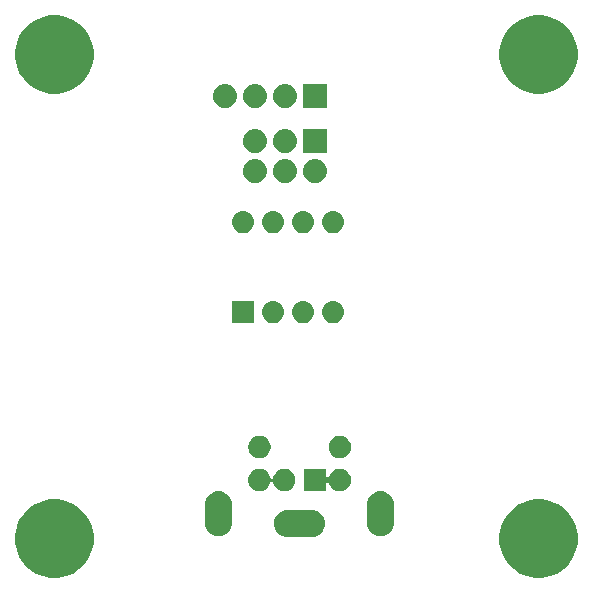
<source format=gbr>
G04 #@! TF.GenerationSoftware,KiCad,Pcbnew,(5.0.2)-1*
G04 #@! TF.CreationDate,2020-01-01T19:06:28-05:00*
G04 #@! TF.ProjectId,TinyPS2,54696e79-5053-4322-9e6b-696361645f70,X1*
G04 #@! TF.SameCoordinates,Original*
G04 #@! TF.FileFunction,Soldermask,Bot*
G04 #@! TF.FilePolarity,Negative*
%FSLAX46Y46*%
G04 Gerber Fmt 4.6, Leading zero omitted, Abs format (unit mm)*
G04 Created by KiCad (PCBNEW (5.0.2)-1) date 1/1/2020 7:06:28 PM*
%MOMM*%
%LPD*%
G01*
G04 APERTURE LIST*
%ADD10C,0.150000*%
G04 APERTURE END LIST*
D10*
G36*
X55970564Y-51800469D02*
X55970566Y-51800470D01*
X55970567Y-51800470D01*
X56576115Y-52051296D01*
X56621164Y-52081397D01*
X57121097Y-52415442D01*
X57584558Y-52878903D01*
X57584560Y-52878906D01*
X57948704Y-53423885D01*
X58151677Y-53913906D01*
X58199531Y-54029436D01*
X58323132Y-54650821D01*
X58327400Y-54672280D01*
X58327400Y-55327720D01*
X58199530Y-55970567D01*
X57948704Y-56576115D01*
X57948703Y-56576116D01*
X57584558Y-57121097D01*
X57121097Y-57584558D01*
X57121094Y-57584560D01*
X56576115Y-57948704D01*
X55970567Y-58199530D01*
X55970566Y-58199530D01*
X55970564Y-58199531D01*
X55327722Y-58327400D01*
X54672278Y-58327400D01*
X54029436Y-58199531D01*
X54029434Y-58199530D01*
X54029433Y-58199530D01*
X53423885Y-57948704D01*
X52878906Y-57584560D01*
X52878903Y-57584558D01*
X52415442Y-57121097D01*
X52051297Y-56576116D01*
X52051296Y-56576115D01*
X51800470Y-55970567D01*
X51672600Y-55327720D01*
X51672600Y-54672280D01*
X51676868Y-54650821D01*
X51800469Y-54029436D01*
X51848323Y-53913906D01*
X52051296Y-53423885D01*
X52415440Y-52878906D01*
X52415442Y-52878903D01*
X52878903Y-52415442D01*
X53378836Y-52081397D01*
X53423885Y-52051296D01*
X54029433Y-51800470D01*
X54029434Y-51800470D01*
X54029436Y-51800469D01*
X54672278Y-51672600D01*
X55327722Y-51672600D01*
X55970564Y-51800469D01*
X55970564Y-51800469D01*
G37*
G36*
X14970564Y-51800469D02*
X14970566Y-51800470D01*
X14970567Y-51800470D01*
X15576115Y-52051296D01*
X15621164Y-52081397D01*
X16121097Y-52415442D01*
X16584558Y-52878903D01*
X16584560Y-52878906D01*
X16948704Y-53423885D01*
X17151677Y-53913906D01*
X17199531Y-54029436D01*
X17323132Y-54650821D01*
X17327400Y-54672280D01*
X17327400Y-55327720D01*
X17199530Y-55970567D01*
X16948704Y-56576115D01*
X16948703Y-56576116D01*
X16584558Y-57121097D01*
X16121097Y-57584558D01*
X16121094Y-57584560D01*
X15576115Y-57948704D01*
X14970567Y-58199530D01*
X14970566Y-58199530D01*
X14970564Y-58199531D01*
X14327722Y-58327400D01*
X13672278Y-58327400D01*
X13029436Y-58199531D01*
X13029434Y-58199530D01*
X13029433Y-58199530D01*
X12423885Y-57948704D01*
X11878906Y-57584560D01*
X11878903Y-57584558D01*
X11415442Y-57121097D01*
X11051297Y-56576116D01*
X11051296Y-56576115D01*
X10800470Y-55970567D01*
X10672600Y-55327720D01*
X10672600Y-54672280D01*
X10676868Y-54650821D01*
X10800469Y-54029436D01*
X10848323Y-53913906D01*
X11051296Y-53423885D01*
X11415440Y-52878906D01*
X11415442Y-52878903D01*
X11878903Y-52415442D01*
X12378836Y-52081397D01*
X12423885Y-52051296D01*
X13029433Y-51800470D01*
X13029434Y-51800470D01*
X13029436Y-51800469D01*
X13672278Y-51672600D01*
X14327722Y-51672600D01*
X14970564Y-51800469D01*
X14970564Y-51800469D01*
G37*
G36*
X35881039Y-52541158D02*
X35993910Y-52552275D01*
X36211138Y-52618171D01*
X36211140Y-52618172D01*
X36211143Y-52618173D01*
X36411337Y-52725178D01*
X36586812Y-52869188D01*
X36730822Y-53044663D01*
X36837827Y-53244857D01*
X36837828Y-53244860D01*
X36837829Y-53244862D01*
X36903725Y-53462090D01*
X36925975Y-53688000D01*
X36903725Y-53913910D01*
X36837829Y-54131138D01*
X36837827Y-54131143D01*
X36730822Y-54331337D01*
X36586812Y-54506812D01*
X36411337Y-54650822D01*
X36211143Y-54757827D01*
X36211140Y-54757828D01*
X36211138Y-54757829D01*
X35993910Y-54823725D01*
X35881039Y-54834842D01*
X35824606Y-54840400D01*
X33711394Y-54840400D01*
X33654961Y-54834842D01*
X33542090Y-54823725D01*
X33324862Y-54757829D01*
X33324860Y-54757828D01*
X33324857Y-54757827D01*
X33124663Y-54650822D01*
X32949188Y-54506812D01*
X32805178Y-54331337D01*
X32698173Y-54131143D01*
X32698171Y-54131138D01*
X32632275Y-53913910D01*
X32610025Y-53688000D01*
X32632275Y-53462090D01*
X32698171Y-53244862D01*
X32698172Y-53244860D01*
X32698173Y-53244857D01*
X32805178Y-53044663D01*
X32949188Y-52869188D01*
X33124663Y-52725178D01*
X33324857Y-52618173D01*
X33324860Y-52618172D01*
X33324862Y-52618171D01*
X33542090Y-52552275D01*
X33654961Y-52541158D01*
X33711394Y-52535600D01*
X35824606Y-52535600D01*
X35881039Y-52541158D01*
X35881039Y-52541158D01*
G37*
G36*
X28143909Y-51002275D02*
X28361137Y-51068171D01*
X28361139Y-51068172D01*
X28361142Y-51068173D01*
X28561336Y-51175178D01*
X28736812Y-51319188D01*
X28880822Y-51494663D01*
X28987827Y-51694857D01*
X28987827Y-51694858D01*
X28987829Y-51694862D01*
X29053725Y-51912090D01*
X29053725Y-51912094D01*
X29067436Y-52051296D01*
X29070400Y-52081396D01*
X29070400Y-53694604D01*
X29053725Y-53863910D01*
X28987829Y-54081138D01*
X28987827Y-54081143D01*
X28880822Y-54281337D01*
X28736812Y-54456812D01*
X28561337Y-54600822D01*
X28361143Y-54707827D01*
X28361140Y-54707828D01*
X28361138Y-54707829D01*
X28143910Y-54773725D01*
X27918000Y-54795975D01*
X27692091Y-54773725D01*
X27474863Y-54707829D01*
X27474861Y-54707828D01*
X27474858Y-54707827D01*
X27274664Y-54600822D01*
X27099189Y-54456812D01*
X26955179Y-54281337D01*
X26848171Y-54081138D01*
X26782275Y-53863911D01*
X26765600Y-53694606D01*
X26765600Y-52081395D01*
X26782275Y-51912095D01*
X26782275Y-51912091D01*
X26848171Y-51694863D01*
X26848172Y-51694861D01*
X26848173Y-51694858D01*
X26955178Y-51494664D01*
X27099188Y-51319188D01*
X27274663Y-51175178D01*
X27474857Y-51068173D01*
X27474860Y-51068172D01*
X27474862Y-51068171D01*
X27692090Y-51002275D01*
X27918000Y-50980025D01*
X28143909Y-51002275D01*
X28143909Y-51002275D01*
G37*
G36*
X41843909Y-51002275D02*
X42061137Y-51068171D01*
X42061139Y-51068172D01*
X42061142Y-51068173D01*
X42261336Y-51175178D01*
X42436812Y-51319188D01*
X42580822Y-51494663D01*
X42687827Y-51694857D01*
X42687827Y-51694858D01*
X42687829Y-51694862D01*
X42753725Y-51912090D01*
X42753725Y-51912094D01*
X42767436Y-52051296D01*
X42770400Y-52081396D01*
X42770400Y-53694604D01*
X42753725Y-53863910D01*
X42687829Y-54081138D01*
X42687827Y-54081143D01*
X42580822Y-54281337D01*
X42436812Y-54456812D01*
X42261337Y-54600822D01*
X42061143Y-54707827D01*
X42061140Y-54707828D01*
X42061138Y-54707829D01*
X41843910Y-54773725D01*
X41618000Y-54795975D01*
X41392091Y-54773725D01*
X41174863Y-54707829D01*
X41174861Y-54707828D01*
X41174858Y-54707827D01*
X40974664Y-54600822D01*
X40799189Y-54456812D01*
X40655179Y-54281337D01*
X40548171Y-54081138D01*
X40482275Y-53863911D01*
X40465600Y-53694606D01*
X40465600Y-52081395D01*
X40482275Y-51912095D01*
X40482275Y-51912091D01*
X40548171Y-51694863D01*
X40548172Y-51694861D01*
X40548173Y-51694858D01*
X40655178Y-51494664D01*
X40799188Y-51319188D01*
X40974663Y-51175178D01*
X41174857Y-51068173D01*
X41174860Y-51068172D01*
X41174862Y-51068171D01*
X41392090Y-51002275D01*
X41618000Y-50980025D01*
X41843909Y-51002275D01*
X41843909Y-51002275D01*
G37*
G36*
X37020400Y-49691393D02*
X37022802Y-49715779D01*
X37029915Y-49739228D01*
X37041466Y-49760839D01*
X37057012Y-49779781D01*
X37075954Y-49795327D01*
X37097565Y-49806878D01*
X37121014Y-49813991D01*
X37145400Y-49816393D01*
X37169786Y-49813991D01*
X37193235Y-49806878D01*
X37214846Y-49795327D01*
X37233788Y-49779781D01*
X37249334Y-49760839D01*
X37260883Y-49739234D01*
X37323994Y-49586870D01*
X37428223Y-49430881D01*
X37428225Y-49430878D01*
X37560878Y-49298225D01*
X37716869Y-49193995D01*
X37716870Y-49193994D01*
X37890195Y-49122200D01*
X38000596Y-49100240D01*
X38074195Y-49085600D01*
X38261805Y-49085600D01*
X38335404Y-49100240D01*
X38445805Y-49122200D01*
X38619130Y-49193994D01*
X38619131Y-49193995D01*
X38775122Y-49298225D01*
X38907775Y-49430878D01*
X38907777Y-49430881D01*
X39012006Y-49586870D01*
X39083800Y-49760195D01*
X39094978Y-49816393D01*
X39120400Y-49944195D01*
X39120400Y-50131805D01*
X39114938Y-50159265D01*
X39083800Y-50315805D01*
X39012006Y-50489130D01*
X39012005Y-50489131D01*
X38907775Y-50645122D01*
X38775122Y-50777775D01*
X38775119Y-50777777D01*
X38619130Y-50882006D01*
X38445805Y-50953800D01*
X38335404Y-50975760D01*
X38261805Y-50990400D01*
X38074195Y-50990400D01*
X38000596Y-50975760D01*
X37890195Y-50953800D01*
X37716870Y-50882006D01*
X37560881Y-50777777D01*
X37560878Y-50777775D01*
X37428225Y-50645122D01*
X37323995Y-50489131D01*
X37323994Y-50489130D01*
X37260883Y-50336766D01*
X37249333Y-50315160D01*
X37233788Y-50296218D01*
X37214846Y-50280673D01*
X37193235Y-50269122D01*
X37169786Y-50262009D01*
X37145400Y-50259607D01*
X37121013Y-50262009D01*
X37097564Y-50269122D01*
X37075953Y-50280674D01*
X37057011Y-50296219D01*
X37041466Y-50315161D01*
X37029915Y-50336772D01*
X37022802Y-50360221D01*
X37020400Y-50384607D01*
X37020400Y-50990400D01*
X35115600Y-50990400D01*
X35115600Y-49085600D01*
X37020400Y-49085600D01*
X37020400Y-49691393D01*
X37020400Y-49691393D01*
G37*
G36*
X31535404Y-49100240D02*
X31645805Y-49122200D01*
X31819130Y-49193994D01*
X31819131Y-49193995D01*
X31975122Y-49298225D01*
X32107775Y-49430878D01*
X32107777Y-49430881D01*
X32212006Y-49586870D01*
X32283800Y-49760195D01*
X32294978Y-49816393D01*
X32295402Y-49818523D01*
X32302515Y-49841972D01*
X32314066Y-49863583D01*
X32329612Y-49882525D01*
X32348554Y-49898071D01*
X32370165Y-49909622D01*
X32393614Y-49916735D01*
X32418000Y-49919137D01*
X32442386Y-49916735D01*
X32465835Y-49909622D01*
X32487446Y-49898071D01*
X32506388Y-49882525D01*
X32521934Y-49863583D01*
X32533485Y-49841972D01*
X32540598Y-49818523D01*
X32541022Y-49816393D01*
X32552200Y-49760195D01*
X32623994Y-49586870D01*
X32728223Y-49430881D01*
X32728225Y-49430878D01*
X32860878Y-49298225D01*
X33016869Y-49193995D01*
X33016870Y-49193994D01*
X33190195Y-49122200D01*
X33300596Y-49100240D01*
X33374195Y-49085600D01*
X33561805Y-49085600D01*
X33635404Y-49100240D01*
X33745805Y-49122200D01*
X33919130Y-49193994D01*
X33919131Y-49193995D01*
X34075122Y-49298225D01*
X34207775Y-49430878D01*
X34207777Y-49430881D01*
X34312006Y-49586870D01*
X34383800Y-49760195D01*
X34394978Y-49816393D01*
X34420400Y-49944195D01*
X34420400Y-50131805D01*
X34414938Y-50159265D01*
X34383800Y-50315805D01*
X34312006Y-50489130D01*
X34312005Y-50489131D01*
X34207775Y-50645122D01*
X34075122Y-50777775D01*
X34075119Y-50777777D01*
X33919130Y-50882006D01*
X33745805Y-50953800D01*
X33635404Y-50975760D01*
X33561805Y-50990400D01*
X33374195Y-50990400D01*
X33300596Y-50975760D01*
X33190195Y-50953800D01*
X33016870Y-50882006D01*
X32860881Y-50777777D01*
X32860878Y-50777775D01*
X32728225Y-50645122D01*
X32623995Y-50489131D01*
X32623994Y-50489130D01*
X32552200Y-50315805D01*
X32540598Y-50257476D01*
X32533485Y-50234028D01*
X32521934Y-50212417D01*
X32506388Y-50193475D01*
X32487446Y-50177929D01*
X32465835Y-50166378D01*
X32442386Y-50159265D01*
X32418000Y-50156863D01*
X32393614Y-50159265D01*
X32370165Y-50166378D01*
X32348554Y-50177929D01*
X32329612Y-50193475D01*
X32314066Y-50212417D01*
X32302515Y-50234028D01*
X32295402Y-50257476D01*
X32283800Y-50315805D01*
X32212006Y-50489130D01*
X32212005Y-50489131D01*
X32107775Y-50645122D01*
X31975122Y-50777775D01*
X31975119Y-50777777D01*
X31819130Y-50882006D01*
X31645805Y-50953800D01*
X31535404Y-50975760D01*
X31461805Y-50990400D01*
X31274195Y-50990400D01*
X31200596Y-50975760D01*
X31090195Y-50953800D01*
X30916870Y-50882006D01*
X30760881Y-50777777D01*
X30760878Y-50777775D01*
X30628225Y-50645122D01*
X30523995Y-50489131D01*
X30523994Y-50489130D01*
X30452200Y-50315805D01*
X30421062Y-50159265D01*
X30415600Y-50131805D01*
X30415600Y-49944195D01*
X30441022Y-49816393D01*
X30452200Y-49760195D01*
X30523994Y-49586870D01*
X30628223Y-49430881D01*
X30628225Y-49430878D01*
X30760878Y-49298225D01*
X30916869Y-49193995D01*
X30916870Y-49193994D01*
X31090195Y-49122200D01*
X31200596Y-49100240D01*
X31274195Y-49085600D01*
X31461805Y-49085600D01*
X31535404Y-49100240D01*
X31535404Y-49100240D01*
G37*
G36*
X31535404Y-46300240D02*
X31645805Y-46322200D01*
X31819130Y-46393994D01*
X31819131Y-46393995D01*
X31975122Y-46498225D01*
X32107775Y-46630878D01*
X32107777Y-46630881D01*
X32212006Y-46786870D01*
X32283800Y-46960195D01*
X32320400Y-47144197D01*
X32320400Y-47331803D01*
X32283800Y-47515805D01*
X32212006Y-47689130D01*
X32212005Y-47689131D01*
X32107775Y-47845122D01*
X31975122Y-47977775D01*
X31975119Y-47977777D01*
X31819130Y-48082006D01*
X31645805Y-48153800D01*
X31535404Y-48175760D01*
X31461805Y-48190400D01*
X31274195Y-48190400D01*
X31200596Y-48175760D01*
X31090195Y-48153800D01*
X30916870Y-48082006D01*
X30760881Y-47977777D01*
X30760878Y-47977775D01*
X30628225Y-47845122D01*
X30523995Y-47689131D01*
X30523994Y-47689130D01*
X30452200Y-47515805D01*
X30415600Y-47331803D01*
X30415600Y-47144197D01*
X30452200Y-46960195D01*
X30523994Y-46786870D01*
X30628223Y-46630881D01*
X30628225Y-46630878D01*
X30760878Y-46498225D01*
X30916869Y-46393995D01*
X30916870Y-46393994D01*
X31090195Y-46322200D01*
X31200596Y-46300240D01*
X31274195Y-46285600D01*
X31461805Y-46285600D01*
X31535404Y-46300240D01*
X31535404Y-46300240D01*
G37*
G36*
X38335404Y-46300240D02*
X38445805Y-46322200D01*
X38619130Y-46393994D01*
X38619131Y-46393995D01*
X38775122Y-46498225D01*
X38907775Y-46630878D01*
X38907777Y-46630881D01*
X39012006Y-46786870D01*
X39083800Y-46960195D01*
X39120400Y-47144197D01*
X39120400Y-47331803D01*
X39083800Y-47515805D01*
X39012006Y-47689130D01*
X39012005Y-47689131D01*
X38907775Y-47845122D01*
X38775122Y-47977775D01*
X38775119Y-47977777D01*
X38619130Y-48082006D01*
X38445805Y-48153800D01*
X38335404Y-48175760D01*
X38261805Y-48190400D01*
X38074195Y-48190400D01*
X38000596Y-48175760D01*
X37890195Y-48153800D01*
X37716870Y-48082006D01*
X37560881Y-47977777D01*
X37560878Y-47977775D01*
X37428225Y-47845122D01*
X37323995Y-47689131D01*
X37323994Y-47689130D01*
X37252200Y-47515805D01*
X37215600Y-47331803D01*
X37215600Y-47144197D01*
X37252200Y-46960195D01*
X37323994Y-46786870D01*
X37428223Y-46630881D01*
X37428225Y-46630878D01*
X37560878Y-46498225D01*
X37716869Y-46393995D01*
X37716870Y-46393994D01*
X37890195Y-46322200D01*
X38000596Y-46300240D01*
X38074195Y-46285600D01*
X38261805Y-46285600D01*
X38335404Y-46300240D01*
X38335404Y-46300240D01*
G37*
G36*
X37778699Y-34875380D02*
X37778702Y-34875381D01*
X37778703Y-34875381D01*
X37958231Y-34929840D01*
X37958233Y-34929841D01*
X37958236Y-34929842D01*
X38123686Y-35018276D01*
X38268707Y-35137293D01*
X38387724Y-35282314D01*
X38476158Y-35447764D01*
X38530620Y-35627301D01*
X38549008Y-35814000D01*
X38530620Y-36000699D01*
X38476158Y-36180236D01*
X38387724Y-36345686D01*
X38268707Y-36490707D01*
X38123686Y-36609724D01*
X37958236Y-36698158D01*
X37958233Y-36698159D01*
X37958231Y-36698160D01*
X37778703Y-36752619D01*
X37778702Y-36752619D01*
X37778699Y-36752620D01*
X37638789Y-36766400D01*
X37545211Y-36766400D01*
X37405301Y-36752620D01*
X37405298Y-36752619D01*
X37405297Y-36752619D01*
X37225769Y-36698160D01*
X37225767Y-36698159D01*
X37225764Y-36698158D01*
X37060314Y-36609724D01*
X36915293Y-36490707D01*
X36796276Y-36345686D01*
X36707842Y-36180236D01*
X36653380Y-36000699D01*
X36634992Y-35814000D01*
X36653380Y-35627301D01*
X36707842Y-35447764D01*
X36796276Y-35282314D01*
X36915293Y-35137293D01*
X37060314Y-35018276D01*
X37225764Y-34929842D01*
X37225767Y-34929841D01*
X37225769Y-34929840D01*
X37405297Y-34875381D01*
X37405298Y-34875381D01*
X37405301Y-34875380D01*
X37545211Y-34861600D01*
X37638789Y-34861600D01*
X37778699Y-34875380D01*
X37778699Y-34875380D01*
G37*
G36*
X35238699Y-34875380D02*
X35238702Y-34875381D01*
X35238703Y-34875381D01*
X35418231Y-34929840D01*
X35418233Y-34929841D01*
X35418236Y-34929842D01*
X35583686Y-35018276D01*
X35728707Y-35137293D01*
X35847724Y-35282314D01*
X35936158Y-35447764D01*
X35990620Y-35627301D01*
X36009008Y-35814000D01*
X35990620Y-36000699D01*
X35936158Y-36180236D01*
X35847724Y-36345686D01*
X35728707Y-36490707D01*
X35583686Y-36609724D01*
X35418236Y-36698158D01*
X35418233Y-36698159D01*
X35418231Y-36698160D01*
X35238703Y-36752619D01*
X35238702Y-36752619D01*
X35238699Y-36752620D01*
X35098789Y-36766400D01*
X35005211Y-36766400D01*
X34865301Y-36752620D01*
X34865298Y-36752619D01*
X34865297Y-36752619D01*
X34685769Y-36698160D01*
X34685767Y-36698159D01*
X34685764Y-36698158D01*
X34520314Y-36609724D01*
X34375293Y-36490707D01*
X34256276Y-36345686D01*
X34167842Y-36180236D01*
X34113380Y-36000699D01*
X34094992Y-35814000D01*
X34113380Y-35627301D01*
X34167842Y-35447764D01*
X34256276Y-35282314D01*
X34375293Y-35137293D01*
X34520314Y-35018276D01*
X34685764Y-34929842D01*
X34685767Y-34929841D01*
X34685769Y-34929840D01*
X34865297Y-34875381D01*
X34865298Y-34875381D01*
X34865301Y-34875380D01*
X35005211Y-34861600D01*
X35098789Y-34861600D01*
X35238699Y-34875380D01*
X35238699Y-34875380D01*
G37*
G36*
X32698699Y-34875380D02*
X32698702Y-34875381D01*
X32698703Y-34875381D01*
X32878231Y-34929840D01*
X32878233Y-34929841D01*
X32878236Y-34929842D01*
X33043686Y-35018276D01*
X33188707Y-35137293D01*
X33307724Y-35282314D01*
X33396158Y-35447764D01*
X33450620Y-35627301D01*
X33469008Y-35814000D01*
X33450620Y-36000699D01*
X33396158Y-36180236D01*
X33307724Y-36345686D01*
X33188707Y-36490707D01*
X33043686Y-36609724D01*
X32878236Y-36698158D01*
X32878233Y-36698159D01*
X32878231Y-36698160D01*
X32698703Y-36752619D01*
X32698702Y-36752619D01*
X32698699Y-36752620D01*
X32558789Y-36766400D01*
X32465211Y-36766400D01*
X32325301Y-36752620D01*
X32325298Y-36752619D01*
X32325297Y-36752619D01*
X32145769Y-36698160D01*
X32145767Y-36698159D01*
X32145764Y-36698158D01*
X31980314Y-36609724D01*
X31835293Y-36490707D01*
X31716276Y-36345686D01*
X31627842Y-36180236D01*
X31573380Y-36000699D01*
X31554992Y-35814000D01*
X31573380Y-35627301D01*
X31627842Y-35447764D01*
X31716276Y-35282314D01*
X31835293Y-35137293D01*
X31980314Y-35018276D01*
X32145764Y-34929842D01*
X32145767Y-34929841D01*
X32145769Y-34929840D01*
X32325297Y-34875381D01*
X32325298Y-34875381D01*
X32325301Y-34875380D01*
X32465211Y-34861600D01*
X32558789Y-34861600D01*
X32698699Y-34875380D01*
X32698699Y-34875380D01*
G37*
G36*
X30924400Y-36766400D02*
X29019600Y-36766400D01*
X29019600Y-34861600D01*
X30924400Y-34861600D01*
X30924400Y-36766400D01*
X30924400Y-36766400D01*
G37*
G36*
X37778699Y-27255380D02*
X37778702Y-27255381D01*
X37778703Y-27255381D01*
X37958231Y-27309840D01*
X37958233Y-27309841D01*
X37958236Y-27309842D01*
X38123686Y-27398276D01*
X38268707Y-27517293D01*
X38387724Y-27662314D01*
X38476158Y-27827764D01*
X38530620Y-28007301D01*
X38549008Y-28194000D01*
X38530620Y-28380699D01*
X38476158Y-28560236D01*
X38387724Y-28725686D01*
X38268707Y-28870707D01*
X38123686Y-28989724D01*
X37958236Y-29078158D01*
X37958233Y-29078159D01*
X37958231Y-29078160D01*
X37778703Y-29132619D01*
X37778702Y-29132619D01*
X37778699Y-29132620D01*
X37638789Y-29146400D01*
X37545211Y-29146400D01*
X37405301Y-29132620D01*
X37405298Y-29132619D01*
X37405297Y-29132619D01*
X37225769Y-29078160D01*
X37225767Y-29078159D01*
X37225764Y-29078158D01*
X37060314Y-28989724D01*
X36915293Y-28870707D01*
X36796276Y-28725686D01*
X36707842Y-28560236D01*
X36653380Y-28380699D01*
X36634992Y-28194000D01*
X36653380Y-28007301D01*
X36707842Y-27827764D01*
X36796276Y-27662314D01*
X36915293Y-27517293D01*
X37060314Y-27398276D01*
X37225764Y-27309842D01*
X37225767Y-27309841D01*
X37225769Y-27309840D01*
X37405297Y-27255381D01*
X37405298Y-27255381D01*
X37405301Y-27255380D01*
X37545211Y-27241600D01*
X37638789Y-27241600D01*
X37778699Y-27255380D01*
X37778699Y-27255380D01*
G37*
G36*
X35238699Y-27255380D02*
X35238702Y-27255381D01*
X35238703Y-27255381D01*
X35418231Y-27309840D01*
X35418233Y-27309841D01*
X35418236Y-27309842D01*
X35583686Y-27398276D01*
X35728707Y-27517293D01*
X35847724Y-27662314D01*
X35936158Y-27827764D01*
X35990620Y-28007301D01*
X36009008Y-28194000D01*
X35990620Y-28380699D01*
X35936158Y-28560236D01*
X35847724Y-28725686D01*
X35728707Y-28870707D01*
X35583686Y-28989724D01*
X35418236Y-29078158D01*
X35418233Y-29078159D01*
X35418231Y-29078160D01*
X35238703Y-29132619D01*
X35238702Y-29132619D01*
X35238699Y-29132620D01*
X35098789Y-29146400D01*
X35005211Y-29146400D01*
X34865301Y-29132620D01*
X34865298Y-29132619D01*
X34865297Y-29132619D01*
X34685769Y-29078160D01*
X34685767Y-29078159D01*
X34685764Y-29078158D01*
X34520314Y-28989724D01*
X34375293Y-28870707D01*
X34256276Y-28725686D01*
X34167842Y-28560236D01*
X34113380Y-28380699D01*
X34094992Y-28194000D01*
X34113380Y-28007301D01*
X34167842Y-27827764D01*
X34256276Y-27662314D01*
X34375293Y-27517293D01*
X34520314Y-27398276D01*
X34685764Y-27309842D01*
X34685767Y-27309841D01*
X34685769Y-27309840D01*
X34865297Y-27255381D01*
X34865298Y-27255381D01*
X34865301Y-27255380D01*
X35005211Y-27241600D01*
X35098789Y-27241600D01*
X35238699Y-27255380D01*
X35238699Y-27255380D01*
G37*
G36*
X32698699Y-27255380D02*
X32698702Y-27255381D01*
X32698703Y-27255381D01*
X32878231Y-27309840D01*
X32878233Y-27309841D01*
X32878236Y-27309842D01*
X33043686Y-27398276D01*
X33188707Y-27517293D01*
X33307724Y-27662314D01*
X33396158Y-27827764D01*
X33450620Y-28007301D01*
X33469008Y-28194000D01*
X33450620Y-28380699D01*
X33396158Y-28560236D01*
X33307724Y-28725686D01*
X33188707Y-28870707D01*
X33043686Y-28989724D01*
X32878236Y-29078158D01*
X32878233Y-29078159D01*
X32878231Y-29078160D01*
X32698703Y-29132619D01*
X32698702Y-29132619D01*
X32698699Y-29132620D01*
X32558789Y-29146400D01*
X32465211Y-29146400D01*
X32325301Y-29132620D01*
X32325298Y-29132619D01*
X32325297Y-29132619D01*
X32145769Y-29078160D01*
X32145767Y-29078159D01*
X32145764Y-29078158D01*
X31980314Y-28989724D01*
X31835293Y-28870707D01*
X31716276Y-28725686D01*
X31627842Y-28560236D01*
X31573380Y-28380699D01*
X31554992Y-28194000D01*
X31573380Y-28007301D01*
X31627842Y-27827764D01*
X31716276Y-27662314D01*
X31835293Y-27517293D01*
X31980314Y-27398276D01*
X32145764Y-27309842D01*
X32145767Y-27309841D01*
X32145769Y-27309840D01*
X32325297Y-27255381D01*
X32325298Y-27255381D01*
X32325301Y-27255380D01*
X32465211Y-27241600D01*
X32558789Y-27241600D01*
X32698699Y-27255380D01*
X32698699Y-27255380D01*
G37*
G36*
X30158699Y-27255380D02*
X30158702Y-27255381D01*
X30158703Y-27255381D01*
X30338231Y-27309840D01*
X30338233Y-27309841D01*
X30338236Y-27309842D01*
X30503686Y-27398276D01*
X30648707Y-27517293D01*
X30767724Y-27662314D01*
X30856158Y-27827764D01*
X30910620Y-28007301D01*
X30929008Y-28194000D01*
X30910620Y-28380699D01*
X30856158Y-28560236D01*
X30767724Y-28725686D01*
X30648707Y-28870707D01*
X30503686Y-28989724D01*
X30338236Y-29078158D01*
X30338233Y-29078159D01*
X30338231Y-29078160D01*
X30158703Y-29132619D01*
X30158702Y-29132619D01*
X30158699Y-29132620D01*
X30018789Y-29146400D01*
X29925211Y-29146400D01*
X29785301Y-29132620D01*
X29785298Y-29132619D01*
X29785297Y-29132619D01*
X29605769Y-29078160D01*
X29605767Y-29078159D01*
X29605764Y-29078158D01*
X29440314Y-28989724D01*
X29295293Y-28870707D01*
X29176276Y-28725686D01*
X29087842Y-28560236D01*
X29033380Y-28380699D01*
X29014992Y-28194000D01*
X29033380Y-28007301D01*
X29087842Y-27827764D01*
X29176276Y-27662314D01*
X29295293Y-27517293D01*
X29440314Y-27398276D01*
X29605764Y-27309842D01*
X29605767Y-27309841D01*
X29605769Y-27309840D01*
X29785297Y-27255381D01*
X29785298Y-27255381D01*
X29785301Y-27255380D01*
X29925211Y-27241600D01*
X30018789Y-27241600D01*
X30158699Y-27255380D01*
X30158699Y-27255380D01*
G37*
G36*
X36264501Y-22888103D02*
X36264504Y-22888104D01*
X36264505Y-22888104D01*
X36453458Y-22945422D01*
X36453460Y-22945423D01*
X36453463Y-22945424D01*
X36627595Y-23038499D01*
X36780233Y-23163767D01*
X36905501Y-23316405D01*
X36998576Y-23490537D01*
X37055897Y-23679499D01*
X37075250Y-23876000D01*
X37055897Y-24072501D01*
X36998576Y-24261463D01*
X36905501Y-24435595D01*
X36780233Y-24588233D01*
X36627595Y-24713501D01*
X36453463Y-24806576D01*
X36453460Y-24806577D01*
X36453458Y-24806578D01*
X36264505Y-24863896D01*
X36264504Y-24863896D01*
X36264501Y-24863897D01*
X36117247Y-24878400D01*
X36018753Y-24878400D01*
X35871499Y-24863897D01*
X35871496Y-24863896D01*
X35871495Y-24863896D01*
X35682542Y-24806578D01*
X35682540Y-24806577D01*
X35682537Y-24806576D01*
X35508405Y-24713501D01*
X35355767Y-24588233D01*
X35230499Y-24435595D01*
X35137424Y-24261463D01*
X35080103Y-24072501D01*
X35060750Y-23876000D01*
X35080103Y-23679499D01*
X35137424Y-23490537D01*
X35230499Y-23316405D01*
X35355767Y-23163767D01*
X35508405Y-23038499D01*
X35682537Y-22945424D01*
X35682540Y-22945423D01*
X35682542Y-22945422D01*
X35871495Y-22888104D01*
X35871496Y-22888104D01*
X35871499Y-22888103D01*
X36018753Y-22873600D01*
X36117247Y-22873600D01*
X36264501Y-22888103D01*
X36264501Y-22888103D01*
G37*
G36*
X33724501Y-22888103D02*
X33724504Y-22888104D01*
X33724505Y-22888104D01*
X33913458Y-22945422D01*
X33913460Y-22945423D01*
X33913463Y-22945424D01*
X34087595Y-23038499D01*
X34240233Y-23163767D01*
X34365501Y-23316405D01*
X34458576Y-23490537D01*
X34515897Y-23679499D01*
X34535250Y-23876000D01*
X34515897Y-24072501D01*
X34458576Y-24261463D01*
X34365501Y-24435595D01*
X34240233Y-24588233D01*
X34087595Y-24713501D01*
X33913463Y-24806576D01*
X33913460Y-24806577D01*
X33913458Y-24806578D01*
X33724505Y-24863896D01*
X33724504Y-24863896D01*
X33724501Y-24863897D01*
X33577247Y-24878400D01*
X33478753Y-24878400D01*
X33331499Y-24863897D01*
X33331496Y-24863896D01*
X33331495Y-24863896D01*
X33142542Y-24806578D01*
X33142540Y-24806577D01*
X33142537Y-24806576D01*
X32968405Y-24713501D01*
X32815767Y-24588233D01*
X32690499Y-24435595D01*
X32597424Y-24261463D01*
X32540103Y-24072501D01*
X32520750Y-23876000D01*
X32540103Y-23679499D01*
X32597424Y-23490537D01*
X32690499Y-23316405D01*
X32815767Y-23163767D01*
X32968405Y-23038499D01*
X33142537Y-22945424D01*
X33142540Y-22945423D01*
X33142542Y-22945422D01*
X33331495Y-22888104D01*
X33331496Y-22888104D01*
X33331499Y-22888103D01*
X33478753Y-22873600D01*
X33577247Y-22873600D01*
X33724501Y-22888103D01*
X33724501Y-22888103D01*
G37*
G36*
X31184501Y-22888103D02*
X31184504Y-22888104D01*
X31184505Y-22888104D01*
X31373458Y-22945422D01*
X31373460Y-22945423D01*
X31373463Y-22945424D01*
X31547595Y-23038499D01*
X31700233Y-23163767D01*
X31825501Y-23316405D01*
X31918576Y-23490537D01*
X31975897Y-23679499D01*
X31995250Y-23876000D01*
X31975897Y-24072501D01*
X31918576Y-24261463D01*
X31825501Y-24435595D01*
X31700233Y-24588233D01*
X31547595Y-24713501D01*
X31373463Y-24806576D01*
X31373460Y-24806577D01*
X31373458Y-24806578D01*
X31184505Y-24863896D01*
X31184504Y-24863896D01*
X31184501Y-24863897D01*
X31037247Y-24878400D01*
X30938753Y-24878400D01*
X30791499Y-24863897D01*
X30791496Y-24863896D01*
X30791495Y-24863896D01*
X30602542Y-24806578D01*
X30602540Y-24806577D01*
X30602537Y-24806576D01*
X30428405Y-24713501D01*
X30275767Y-24588233D01*
X30150499Y-24435595D01*
X30057424Y-24261463D01*
X30000103Y-24072501D01*
X29980750Y-23876000D01*
X30000103Y-23679499D01*
X30057424Y-23490537D01*
X30150499Y-23316405D01*
X30275767Y-23163767D01*
X30428405Y-23038499D01*
X30602537Y-22945424D01*
X30602540Y-22945423D01*
X30602542Y-22945422D01*
X30791495Y-22888104D01*
X30791496Y-22888104D01*
X30791499Y-22888103D01*
X30938753Y-22873600D01*
X31037247Y-22873600D01*
X31184501Y-22888103D01*
X31184501Y-22888103D01*
G37*
G36*
X37070400Y-22338400D02*
X35065600Y-22338400D01*
X35065600Y-20333600D01*
X37070400Y-20333600D01*
X37070400Y-22338400D01*
X37070400Y-22338400D01*
G37*
G36*
X31184501Y-20348103D02*
X31184504Y-20348104D01*
X31184505Y-20348104D01*
X31373458Y-20405422D01*
X31373460Y-20405423D01*
X31373463Y-20405424D01*
X31547595Y-20498499D01*
X31700233Y-20623767D01*
X31825501Y-20776405D01*
X31918576Y-20950537D01*
X31975897Y-21139499D01*
X31995250Y-21336000D01*
X31975897Y-21532501D01*
X31918576Y-21721463D01*
X31825501Y-21895595D01*
X31700233Y-22048233D01*
X31547595Y-22173501D01*
X31373463Y-22266576D01*
X31373460Y-22266577D01*
X31373458Y-22266578D01*
X31184505Y-22323896D01*
X31184504Y-22323896D01*
X31184501Y-22323897D01*
X31037247Y-22338400D01*
X30938753Y-22338400D01*
X30791499Y-22323897D01*
X30791496Y-22323896D01*
X30791495Y-22323896D01*
X30602542Y-22266578D01*
X30602540Y-22266577D01*
X30602537Y-22266576D01*
X30428405Y-22173501D01*
X30275767Y-22048233D01*
X30150499Y-21895595D01*
X30057424Y-21721463D01*
X30000103Y-21532501D01*
X29980750Y-21336000D01*
X30000103Y-21139499D01*
X30057424Y-20950537D01*
X30150499Y-20776405D01*
X30275767Y-20623767D01*
X30428405Y-20498499D01*
X30602537Y-20405424D01*
X30602540Y-20405423D01*
X30602542Y-20405422D01*
X30791495Y-20348104D01*
X30791496Y-20348104D01*
X30791499Y-20348103D01*
X30938753Y-20333600D01*
X31037247Y-20333600D01*
X31184501Y-20348103D01*
X31184501Y-20348103D01*
G37*
G36*
X33724501Y-20348103D02*
X33724504Y-20348104D01*
X33724505Y-20348104D01*
X33913458Y-20405422D01*
X33913460Y-20405423D01*
X33913463Y-20405424D01*
X34087595Y-20498499D01*
X34240233Y-20623767D01*
X34365501Y-20776405D01*
X34458576Y-20950537D01*
X34515897Y-21139499D01*
X34535250Y-21336000D01*
X34515897Y-21532501D01*
X34458576Y-21721463D01*
X34365501Y-21895595D01*
X34240233Y-22048233D01*
X34087595Y-22173501D01*
X33913463Y-22266576D01*
X33913460Y-22266577D01*
X33913458Y-22266578D01*
X33724505Y-22323896D01*
X33724504Y-22323896D01*
X33724501Y-22323897D01*
X33577247Y-22338400D01*
X33478753Y-22338400D01*
X33331499Y-22323897D01*
X33331496Y-22323896D01*
X33331495Y-22323896D01*
X33142542Y-22266578D01*
X33142540Y-22266577D01*
X33142537Y-22266576D01*
X32968405Y-22173501D01*
X32815767Y-22048233D01*
X32690499Y-21895595D01*
X32597424Y-21721463D01*
X32540103Y-21532501D01*
X32520750Y-21336000D01*
X32540103Y-21139499D01*
X32597424Y-20950537D01*
X32690499Y-20776405D01*
X32815767Y-20623767D01*
X32968405Y-20498499D01*
X33142537Y-20405424D01*
X33142540Y-20405423D01*
X33142542Y-20405422D01*
X33331495Y-20348104D01*
X33331496Y-20348104D01*
X33331499Y-20348103D01*
X33478753Y-20333600D01*
X33577247Y-20333600D01*
X33724501Y-20348103D01*
X33724501Y-20348103D01*
G37*
G36*
X28644501Y-16538103D02*
X28644504Y-16538104D01*
X28644505Y-16538104D01*
X28833458Y-16595422D01*
X28833460Y-16595423D01*
X28833463Y-16595424D01*
X29007595Y-16688499D01*
X29160233Y-16813767D01*
X29285501Y-16966405D01*
X29378576Y-17140537D01*
X29378577Y-17140540D01*
X29378578Y-17140542D01*
X29396472Y-17199531D01*
X29435897Y-17329499D01*
X29455250Y-17526000D01*
X29435897Y-17722501D01*
X29378576Y-17911463D01*
X29285501Y-18085595D01*
X29160233Y-18238233D01*
X29007595Y-18363501D01*
X28833463Y-18456576D01*
X28833460Y-18456577D01*
X28833458Y-18456578D01*
X28644505Y-18513896D01*
X28644504Y-18513896D01*
X28644501Y-18513897D01*
X28497247Y-18528400D01*
X28398753Y-18528400D01*
X28251499Y-18513897D01*
X28251496Y-18513896D01*
X28251495Y-18513896D01*
X28062542Y-18456578D01*
X28062540Y-18456577D01*
X28062537Y-18456576D01*
X27888405Y-18363501D01*
X27735767Y-18238233D01*
X27610499Y-18085595D01*
X27517424Y-17911463D01*
X27460103Y-17722501D01*
X27440750Y-17526000D01*
X27460103Y-17329499D01*
X27499528Y-17199531D01*
X27517422Y-17140542D01*
X27517423Y-17140540D01*
X27517424Y-17140537D01*
X27610499Y-16966405D01*
X27735767Y-16813767D01*
X27888405Y-16688499D01*
X28062537Y-16595424D01*
X28062540Y-16595423D01*
X28062542Y-16595422D01*
X28251495Y-16538104D01*
X28251496Y-16538104D01*
X28251499Y-16538103D01*
X28398753Y-16523600D01*
X28497247Y-16523600D01*
X28644501Y-16538103D01*
X28644501Y-16538103D01*
G37*
G36*
X31184501Y-16538103D02*
X31184504Y-16538104D01*
X31184505Y-16538104D01*
X31373458Y-16595422D01*
X31373460Y-16595423D01*
X31373463Y-16595424D01*
X31547595Y-16688499D01*
X31700233Y-16813767D01*
X31825501Y-16966405D01*
X31918576Y-17140537D01*
X31918577Y-17140540D01*
X31918578Y-17140542D01*
X31936472Y-17199531D01*
X31975897Y-17329499D01*
X31995250Y-17526000D01*
X31975897Y-17722501D01*
X31918576Y-17911463D01*
X31825501Y-18085595D01*
X31700233Y-18238233D01*
X31547595Y-18363501D01*
X31373463Y-18456576D01*
X31373460Y-18456577D01*
X31373458Y-18456578D01*
X31184505Y-18513896D01*
X31184504Y-18513896D01*
X31184501Y-18513897D01*
X31037247Y-18528400D01*
X30938753Y-18528400D01*
X30791499Y-18513897D01*
X30791496Y-18513896D01*
X30791495Y-18513896D01*
X30602542Y-18456578D01*
X30602540Y-18456577D01*
X30602537Y-18456576D01*
X30428405Y-18363501D01*
X30275767Y-18238233D01*
X30150499Y-18085595D01*
X30057424Y-17911463D01*
X30000103Y-17722501D01*
X29980750Y-17526000D01*
X30000103Y-17329499D01*
X30039528Y-17199531D01*
X30057422Y-17140542D01*
X30057423Y-17140540D01*
X30057424Y-17140537D01*
X30150499Y-16966405D01*
X30275767Y-16813767D01*
X30428405Y-16688499D01*
X30602537Y-16595424D01*
X30602540Y-16595423D01*
X30602542Y-16595422D01*
X30791495Y-16538104D01*
X30791496Y-16538104D01*
X30791499Y-16538103D01*
X30938753Y-16523600D01*
X31037247Y-16523600D01*
X31184501Y-16538103D01*
X31184501Y-16538103D01*
G37*
G36*
X33724501Y-16538103D02*
X33724504Y-16538104D01*
X33724505Y-16538104D01*
X33913458Y-16595422D01*
X33913460Y-16595423D01*
X33913463Y-16595424D01*
X34087595Y-16688499D01*
X34240233Y-16813767D01*
X34365501Y-16966405D01*
X34458576Y-17140537D01*
X34458577Y-17140540D01*
X34458578Y-17140542D01*
X34476472Y-17199531D01*
X34515897Y-17329499D01*
X34535250Y-17526000D01*
X34515897Y-17722501D01*
X34458576Y-17911463D01*
X34365501Y-18085595D01*
X34240233Y-18238233D01*
X34087595Y-18363501D01*
X33913463Y-18456576D01*
X33913460Y-18456577D01*
X33913458Y-18456578D01*
X33724505Y-18513896D01*
X33724504Y-18513896D01*
X33724501Y-18513897D01*
X33577247Y-18528400D01*
X33478753Y-18528400D01*
X33331499Y-18513897D01*
X33331496Y-18513896D01*
X33331495Y-18513896D01*
X33142542Y-18456578D01*
X33142540Y-18456577D01*
X33142537Y-18456576D01*
X32968405Y-18363501D01*
X32815767Y-18238233D01*
X32690499Y-18085595D01*
X32597424Y-17911463D01*
X32540103Y-17722501D01*
X32520750Y-17526000D01*
X32540103Y-17329499D01*
X32579528Y-17199531D01*
X32597422Y-17140542D01*
X32597423Y-17140540D01*
X32597424Y-17140537D01*
X32690499Y-16966405D01*
X32815767Y-16813767D01*
X32968405Y-16688499D01*
X33142537Y-16595424D01*
X33142540Y-16595423D01*
X33142542Y-16595422D01*
X33331495Y-16538104D01*
X33331496Y-16538104D01*
X33331499Y-16538103D01*
X33478753Y-16523600D01*
X33577247Y-16523600D01*
X33724501Y-16538103D01*
X33724501Y-16538103D01*
G37*
G36*
X37070400Y-18528400D02*
X35065600Y-18528400D01*
X35065600Y-16523600D01*
X37070400Y-16523600D01*
X37070400Y-18528400D01*
X37070400Y-18528400D01*
G37*
G36*
X55970564Y-10800469D02*
X55970566Y-10800470D01*
X55970567Y-10800470D01*
X56576115Y-11051296D01*
X56576116Y-11051297D01*
X57121097Y-11415442D01*
X57584558Y-11878903D01*
X57584560Y-11878906D01*
X57948704Y-12423885D01*
X58199530Y-13029433D01*
X58327400Y-13672280D01*
X58327400Y-14327720D01*
X58199530Y-14970567D01*
X57948704Y-15576115D01*
X57948703Y-15576116D01*
X57584558Y-16121097D01*
X57121097Y-16584558D01*
X57121094Y-16584560D01*
X56576115Y-16948704D01*
X55970567Y-17199530D01*
X55970566Y-17199530D01*
X55970564Y-17199531D01*
X55327722Y-17327400D01*
X54672278Y-17327400D01*
X54029436Y-17199531D01*
X54029434Y-17199530D01*
X54029433Y-17199530D01*
X53423885Y-16948704D01*
X52878906Y-16584560D01*
X52878903Y-16584558D01*
X52415442Y-16121097D01*
X52051297Y-15576116D01*
X52051296Y-15576115D01*
X51800470Y-14970567D01*
X51672600Y-14327720D01*
X51672600Y-13672280D01*
X51800470Y-13029433D01*
X52051296Y-12423885D01*
X52415440Y-11878906D01*
X52415442Y-11878903D01*
X52878903Y-11415442D01*
X53423884Y-11051297D01*
X53423885Y-11051296D01*
X54029433Y-10800470D01*
X54029434Y-10800470D01*
X54029436Y-10800469D01*
X54672278Y-10672600D01*
X55327722Y-10672600D01*
X55970564Y-10800469D01*
X55970564Y-10800469D01*
G37*
G36*
X14970564Y-10800469D02*
X14970566Y-10800470D01*
X14970567Y-10800470D01*
X15576115Y-11051296D01*
X15576116Y-11051297D01*
X16121097Y-11415442D01*
X16584558Y-11878903D01*
X16584560Y-11878906D01*
X16948704Y-12423885D01*
X17199530Y-13029433D01*
X17327400Y-13672280D01*
X17327400Y-14327720D01*
X17199530Y-14970567D01*
X16948704Y-15576115D01*
X16948703Y-15576116D01*
X16584558Y-16121097D01*
X16121097Y-16584558D01*
X16121094Y-16584560D01*
X15576115Y-16948704D01*
X14970567Y-17199530D01*
X14970566Y-17199530D01*
X14970564Y-17199531D01*
X14327722Y-17327400D01*
X13672278Y-17327400D01*
X13029436Y-17199531D01*
X13029434Y-17199530D01*
X13029433Y-17199530D01*
X12423885Y-16948704D01*
X11878906Y-16584560D01*
X11878903Y-16584558D01*
X11415442Y-16121097D01*
X11051297Y-15576116D01*
X11051296Y-15576115D01*
X10800470Y-14970567D01*
X10672600Y-14327720D01*
X10672600Y-13672280D01*
X10800470Y-13029433D01*
X11051296Y-12423885D01*
X11415440Y-11878906D01*
X11415442Y-11878903D01*
X11878903Y-11415442D01*
X12423884Y-11051297D01*
X12423885Y-11051296D01*
X13029433Y-10800470D01*
X13029434Y-10800470D01*
X13029436Y-10800469D01*
X13672278Y-10672600D01*
X14327722Y-10672600D01*
X14970564Y-10800469D01*
X14970564Y-10800469D01*
G37*
M02*

</source>
